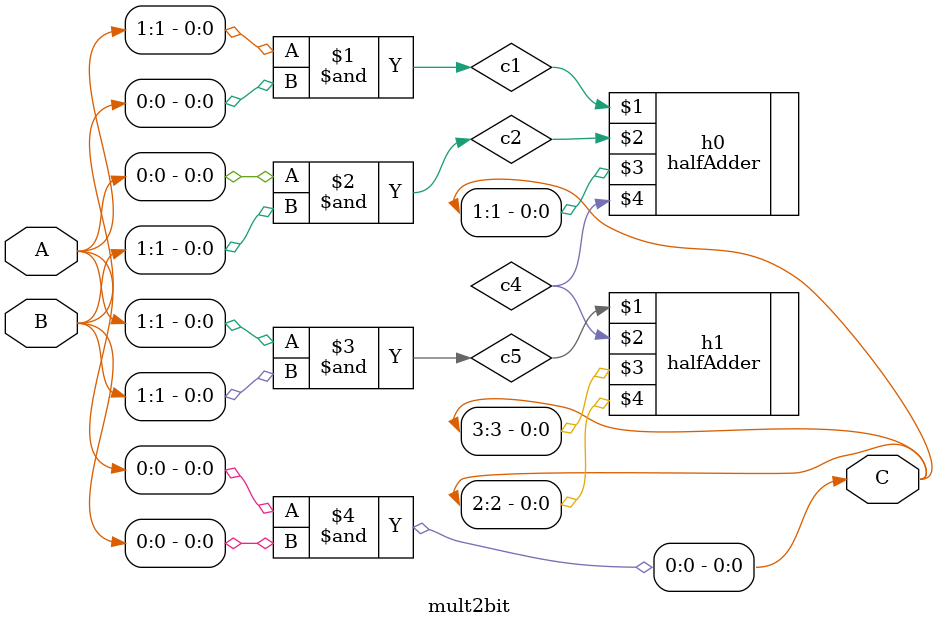
<source format=v>
module mult2bit (
    input [1:0] A,
    input [1:0] B,
    output [3:0] C
);

wire c1, c2, c4, c5;

and a0(c1, A[1], B[0]);
and a1(c2, A[0], B[1]);
and a2(c5, A[1], B[1]);
and a3(C[0], A[0], B[0]);

halfAdder h0(c1, c2, C[1], c4);
halfAdder h1(c5, c4, C[3], C[2]);

endmodule
</source>
